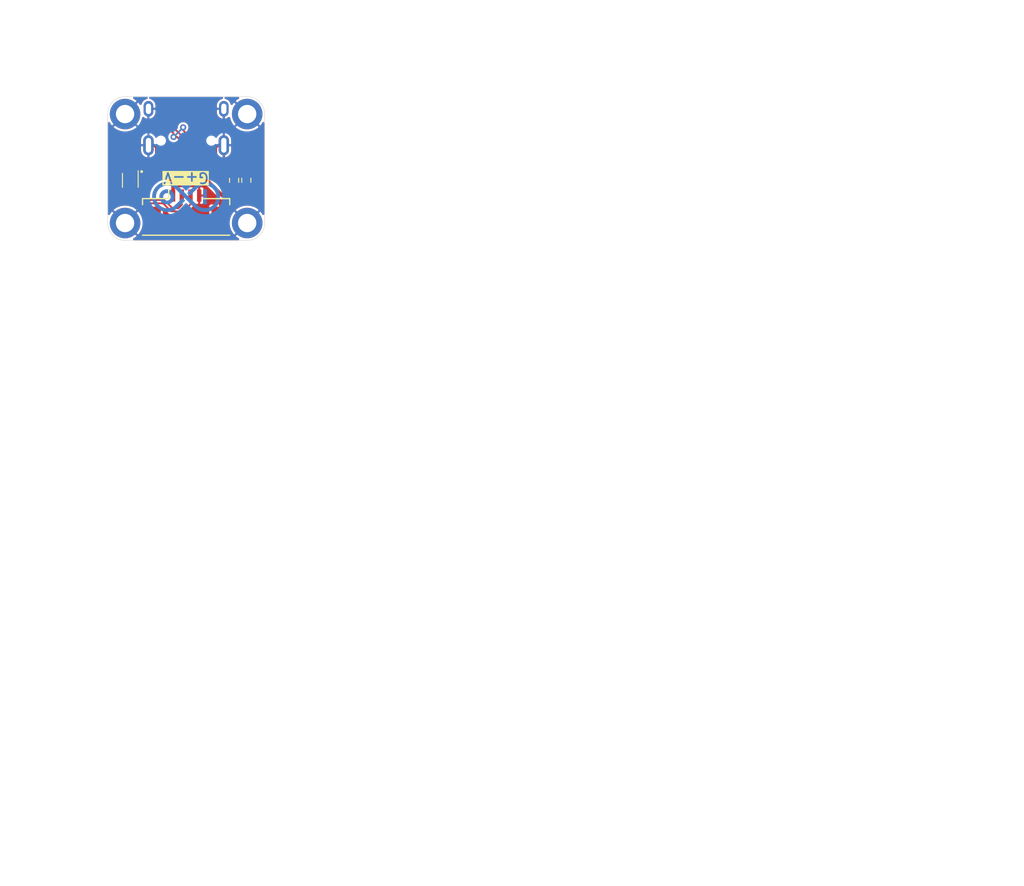
<source format=kicad_pcb>
(kicad_pcb (version 20240108) (generator "pcbnew") (generator_version "8.0")
  (layers (0 "F.Cu" signal) (31 "B.Cu" signal) (34 "B.Paste" user) (35 "F.Paste" user) (36 "B.SilkS" user "B.Silkscreen") (37 "F.SilkS" user "F.Silkscreen") (38 "B.Mask" user) (39 "F.Mask" user) (44 "Edge.Cuts" user))
  (net 0 "")
  (net 1 "GND")
  (net 2 "DP")
  (net 3 "Net-(J1-CC1)")
  (net 5 "DN")
  (net 6 "Net-(J1-CC2)")
  (net 8 "UVCC")
  (net 9 "D-")
  (net 10 "D+")
  (footprint "MountingHole:MountingHole_2.2mm_M2_DIN965_Pad" (layer "F.Cu") (at 47 37)
    (property "Reference" "REF**" (hide yes))
    (property "Value" "MountingHole_2.2mm_M2_DIN965_Pad")
    (pad "1" thru_hole circle (at 0 0) (size 3.5 3.5) (drill 2.1) (layers "*.Cu" "*.Mask") (net 1 "GND"))
  )
  (footprint "MountingHole:MountingHole_2.2mm_M2_DIN965_Pad" (layer "F.Cu") (at 61 37)
    (property "Reference" "REF**" (hide yes))
    (property "Value" "MountingHole_2.2mm_M2_DIN965_Pad")
    (pad "1" thru_hole circle (at 0 0) (size 3.5 3.5) (drill 2.1) (layers "*.Cu" "*.Mask") (net 1 "GND"))
  )
  (footprint "MountingHole:MountingHole_2.2mm_M2_DIN965_Pad" (layer "F.Cu") (at 47 49.5)
    (property "Reference" "REF**" (hide yes))
    (property "Value" "MountingHole_2.2mm_M2_DIN965_Pad")
    (pad "1" thru_hole circle (at 0 0) (size 3.5 3.5) (drill 2.1) (layers "*.Cu" "*.Mask") (net 1 "GND"))
  )
  (footprint "MountingHole:MountingHole_2.2mm_M2_DIN965_Pad" (layer "F.Cu") (at 61 49.5)
    (property "Reference" "REF**" (hide yes))
    (property "Value" "MountingHole_2.2mm_M2_DIN965_Pad")
    (pad "1" thru_hole circle (at 0 0) (size 3.5 3.5) (drill 2.1) (layers "*.Cu" "*.Mask") (net 1 "GND"))
  )
  (footprint "u1:USB_C_Receptacle_HRO_TYPE-C-31-M-12" (layer "F.Cu") (at 54 37.45 180)
    (property "Reference" "J1" (hide yes))
    (property "Value" "USB_C_Receptacle_USB2.0")
    (pad "" np_thru_hole circle (at -2.89 -2.6 180) (size 0.65 0.65) (drill 0.65) (layers "*.Cu" "*.Mask"))
    (pad "" np_thru_hole circle (at 2.89 -2.6 180) (size 0.65 0.65) (drill 0.65) (layers "*.Cu" "*.Mask"))
    (pad "A1" smd rect (at -3.25 -4.045 180) (size 0.6 1.45) (layers "F.Cu" "F.Paste" "F.Mask") (net 1 "GND"))
    (pad "A4" smd rect (at -2.45 -4.045 180) (size 0.6 1.45) (layers "F.Cu" "F.Paste" "F.Mask") (net 8 "UVCC"))
    (pad "A5" smd rect (at -1.25 -4.045 180) (size 0.3 1.45) (layers "F.Cu" "F.Paste" "F.Mask") (net 3 "Net-(J1-CC1)"))
    (pad "A6" smd rect (at -0.25 -4.045 180) (size 0.3 1.45) (layers "F.Cu" "F.Paste" "F.Mask") (net 2 "DP"))
    (pad "A7" smd rect (at 0.25 -4.045 180) (size 0.3 1.45) (layers "F.Cu" "F.Paste" "F.Mask") (net 5 "DN"))
    (pad "A8" smd rect (at 1.25 -4.045 180) (size 0.3 1.45) (layers "F.Cu" "F.Paste" "F.Mask"))
    (pad "A9" smd rect (at 2.45 -4.045 180) (size 0.6 1.45) (layers "F.Cu" "F.Paste" "F.Mask") (net 8 "UVCC"))
    (pad "A12" smd rect (at 3.25 -4.045 180) (size 0.6 1.45) (layers "F.Cu" "F.Paste" "F.Mask") (net 1 "GND"))
    (pad "B1" smd rect (at 3.25 -4.045 180) (size 0.6 1.45) (layers "F.Cu" "F.Paste" "F.Mask") (net 1 "GND"))
    (pad "B4" smd rect (at 2.45 -4.045 180) (size 0.6 1.45) (layers "F.Cu" "F.Paste" "F.Mask") (net 8 "UVCC"))
    (pad "B5" smd rect (at 1.75 -4.045 180) (size 0.3 1.45) (layers "F.Cu" "F.Paste" "F.Mask") (net 6 "Net-(J1-CC2)"))
    (pad "B6" smd rect (at 0.75 -4.045 180) (size 0.3 1.45) (layers "F.Cu" "F.Paste" "F.Mask") (net 2 "DP"))
    (pad "B7" smd rect (at -0.75 -4.045 180) (size 0.3 1.45) (layers "F.Cu" "F.Paste" "F.Mask") (net 5 "DN"))
    (pad "B8" smd rect (at -1.75 -4.045 180) (size 0.3 1.45) (layers "F.Cu" "F.Paste" "F.Mask"))
    (pad "B9" smd rect (at -2.45 -4.045 180) (size 0.6 1.45) (layers "F.Cu" "F.Paste" "F.Mask") (net 8 "UVCC"))
    (pad "B12" smd rect (at -3.25 -4.045 180) (size 0.6 1.45) (layers "F.Cu" "F.Paste" "F.Mask") (net 1 "GND"))
    (pad "S1" thru_hole oval (at -4.32 -3.13 180) (size 1.2 2.3) (drill oval 0.6 1.7) (layers "*.Cu" "*.Mask" "F.Paste") (net 1 "GND"))
    (pad "S1" thru_hole oval (at -4.32 1.05 180) (size 1.1 1.8) (drill oval 0.6 1.2) (layers "*.Cu" "*.Mask" "F.Paste") (net 1 "GND"))
    (pad "S1" thru_hole oval (at 4.32 -3.13 180) (size 1.2 2.3) (drill oval 0.6 1.7) (layers "*.Cu" "*.Mask" "F.Paste") (net 1 "GND"))
    (pad "S1" thru_hole oval (at 4.32 1.05 180) (size 1.1 1.8) (drill oval 0.6 1.2) (layers "*.Cu" "*.Mask" "F.Paste") (net 1 "GND"))
  )
  (footprint "Resistor_SMD:R_0603_1608Metric" (layer "F.Cu") (at 60.9 44.6 90)
    (property "Reference" "R1" (hide yes))
    (property "Value" "5.1k")
    (fp_line (start -0.237258 -0.5225) (end 0.237258 -0.5225) (stroke (width 0.12)) (layer "F.SilkS"))
    (fp_line (start -0.237258 0.5225) (end 0.237258 0.5225) (stroke (width 0.12)) (layer "F.SilkS"))
    (pad "1" smd roundrect (at -0.825 0 90) (size 0.8 0.95) (layers "F.Cu" "F.Paste" "F.Mask") (net 3 "Net-(J1-CC1)"))
    (pad "2" smd roundrect (at 0.825 0 90) (size 0.8 0.95) (layers "F.Cu" "F.Paste" "F.Mask") (net 1 "GND"))
  )
  (footprint "Resistor_SMD:R_0603_1608Metric" (layer "F.Cu") (at 59.5 44.6 -90)
    (property "Reference" "R2" (hide yes))
    (property "Value" "5.1k")
    (fp_line (start -0.237258 0.5225) (end 0.237258 0.5225) (stroke (width 0.12)) (layer "F.SilkS"))
    (fp_line (start -0.237258 -0.5225) (end 0.237258 -0.5225) (stroke (width 0.12)) (layer "F.SilkS"))
    (pad "1" smd roundrect (at -0.825 0 270) (size 0.8 0.95) (layers "F.Cu" "F.Paste" "F.Mask") (net 1 "GND"))
    (pad "2" smd roundrect (at 0.825 0 270) (size 0.8 0.95) (layers "F.Cu" "F.Paste" "F.Mask") (net 6 "Net-(J1-CC2)"))
  )
  (footprint "Package_TO_SOT_SMD:SOT-666" (layer "F.Cu") (at 47.6 44.6 -90)
    (property "Reference" "U1" (hide yes))
    (property "Value" "USBLC6-2P6")
    (fp_line (start -0.8 0.9) (end 0.8 0.9) (stroke (width 0.12)) (layer "F.SilkS"))
    (fp_line (start 0.8 -0.9) (end -1.1 -0.9) (stroke (width 0.12)) (layer "F.SilkS"))
    (pad "1" smd rect (at -0.85 -0.5375 270) (size 0.5 0.375) (layers "F.Cu" "F.Paste" "F.Mask") (net 5 "DN"))
    (pad "2" smd rect (at -0.925 0 270) (size 0.65 0.3) (layers "F.Cu" "F.Paste" "F.Mask") (net 1 "GND"))
    (pad "3" smd rect (at -0.85 0.5375 270) (size 0.5 0.375) (layers "F.Cu" "F.Paste" "F.Mask") (net 2 "DP"))
    (pad "4" smd rect (at 0.85 0.5375 270) (size 0.5 0.375) (layers "F.Cu" "F.Paste" "F.Mask") (net 10 "D+"))
    (pad "5" smd rect (at 0.925 0 270) (size 0.65 0.3) (layers "F.Cu" "F.Paste" "F.Mask") (net 8 "UVCC"))
    (pad "6" smd rect (at 0.85 -0.5375 270) (size 0.5 0.375) (layers "F.Cu" "F.Paste" "F.Mask") (net 9 "D-"))
  )
  (footprint "u1:FPC_4P_1.0mm" (layer "F.Cu") (at 54 45.7)
    (property "Reference" "J2" (hide yes))
    (property "Value" "Conn_01x06_MountingPin" (hide yes))
    (fp_line (start -5 1) (end -2 1) (stroke (width 0.15)) (layer "F.SilkS"))
    (fp_line (start -5 1.7) (end -5 1) (stroke (width 0.15)) (layer "F.SilkS"))
    (fp_line (start -5 5.2) (end 5 5.2) (stroke (width 0.15)) (layer "F.SilkS"))
    (fp_line (start -2 1) (end -2 0) (stroke (width 0.15)) (layer "F.SilkS"))
    (fp_line (start 5 1) (end 2 1) (stroke (width 0.15)) (layer "F.SilkS"))
    (fp_line (start 5 1.7) (end 5 1) (stroke (width 0.15)) (layer "F.SilkS"))
    (pad "1" smd rect (at -1.5 0.65) (size 0.5 1.4) (layers "F.Cu" "F.Paste" "F.Mask") (net 8 "UVCC"))
    (pad "2" smd rect (at -0.5 0.65) (size 0.5 1.4) (layers "F.Cu" "F.Paste" "F.Mask") (net 9 "D-"))
    (pad "3" smd rect (at 0.5 0.65) (size 0.5 1.4) (layers "F.Cu" "F.Paste" "F.Mask") (net 10 "D+"))
    (pad "4" smd rect (at 1.5 0.65) (size 0.5 1.4) (layers "F.Cu" "F.Paste" "F.Mask") (net 1 "GND"))
    (pad "MP" smd rect (at -3.9 3.175) (size 2 2.5) (layers "F.Cu" "F.Paste" "F.Mask") (net 1 "GND"))
    (pad "MP" smd rect (at 3.9 3.175) (size 2 2.5) (layers "F.Cu" "F.Paste" "F.Mask") (net 1 "GND"))
  )
  (footprint "u1:mini_logo" (layer "B.Cu") (at 54 46.5 180)
    (property "Reference" "G***" (hide yes))
    (property "Value" "LOGO" (hide yes))
    (fp_poly (pts (xy -1.939637 -0.865909) (xy -2.378364 -0.865909) (xy -2.378364 0.865909) (xy -1.939637 0.865909) (xy -1.939637 -0.865909)) (fill solid) (layer "B.Cu"))
    (fp_poly (pts (xy 2.274656 0.862878) (xy 2.376327 0.85068) (xy 2.473042 0.824866) (xy 2.568863 0.785709) (xy 2.693245 0.715167) (xy 2.802177 0.627895) (xy 2.894552 0.525187) (xy 2.969261 0.40834) (xy 3.025198 0.278649) (xy 3.038519 0.236162) (xy 3.057069 0.1456) (xy 3.065868 0.04282) (xy 3.064914 -0.063464) (xy 3.054209 -0.16454) (xy 3.038519 -0.236161) (xy 2.989608 -0.366124) (xy 2.921614 -0.48534) (xy 2.836568 -0.591888) (xy 2.736499 -0.683843) (xy 2.623438 -0.759282) (xy 2.499415 -0.816282) (xy 2.393402 -0.847372) (xy 2.321483 -0.858489) (xy 2.237051 -0.863898) (xy 2.149356 -0.863563) (xy 2.067642 -0.85745) (xy 2.014681 -0.848797) (xy 1.884214 -0.80852) (xy 1.762383 -0.74822) (xy 1.651406 -0.670021) (xy 1.553498 -0.576043) (xy 1.470875 -0.46841) (xy 1.405753 -0.349244) (xy 1.360878 -0.222674) (xy 1.343866 -0.131464) (xy 1.33647 -0.028514) (xy 1.33707 0) (xy 1.772227 0) (xy 1.773094 -0.055525) (xy 1.776688 -0.096127) (xy 1.784495 -0.129939) (xy 1.798003 -0.165096) (xy 1.80541 -0.181522) (xy 1.852301 -0.258236) (xy 1.916006 -0.326388) (xy 1.991279 -0.381583) (xy 2.072876 -0.419427) (xy 2.098207 -0.426842) (xy 2.132308 -0.431923) (xy 2.178999 -0.434541) (xy 2.225437 -0.434202) (xy 2.276147 -0.430007) (xy 2.319036 -0.420448) (xy 2.364714 -0.402646) (xy 2.395108 -0.388181) (xy 2.478323 -0.335598) (xy 2.544286 -0.270545) (xy 2.593007 -0.19589) (xy 2.624493 -0.114502) (xy 2.638755 -0.029249) (xy 2.635799 0.057001) (xy 2.615636 0.141379) (xy 2.578274 0.221017) (xy 2.523722 0.293046) (xy 2.451988 0.354598) (xy 2.392731 0.389337) (xy 2.348161 0.410512) (xy 2.313668 0.423422) (xy 2.280334 0.430072) (xy 2.239243 0.432469) (xy 2.199968 0.432686) (xy 2.14429 0.431435) (xy 2.103179 0.426991) (xy 2.068173 0.417813) (xy 2.030807 0.40236) (xy 2.029083 0.401561) (xy 1.953148 0.355887) (xy 1.884472 0.29491) (xy 1.829174 0.224653) (xy 1.80541 0.181522) (xy 1.78918 0.143517) (xy 1.77925 0.11014) (xy 1.774134 0.073259) (xy 1.772344 0.024739) (xy 1.772227 0) (xy 1.33707 0) (xy 1.338691 0.076927) (xy 1.350527 0.175605) (xy 1.360878 0.222674) (xy 1.399852 0.337978) (xy 1.453695 0.441934) (xy 1.525414 0.539645) (xy 1.587151 0.606345) (xy 1.685693 0.695091) (xy 1.78428 0.763012) (xy 1.887127 0.811994) (xy 1.998446 0.843922) (xy 2.122451 0.860683) (xy 2.160271 0.862927) (xy 2.274656 0.862878)) (stroke (width 0.01)) (fill solid) (layer "B.Cu"))
    (fp_poly (pts (xy -2.011067 1.733319) (xy -1.826497 1.707386) (xy -1.648454 1.664459) (xy -1.481125 1.605752) (xy -1.339273 1.538321) (xy -1.292174 1.512126) (xy -1.248848 1.486673) (xy -1.207549 1.460462) (xy -1.166531 1.43199) (xy -1.124049 1.399756) (xy -1.078357 1.362258) (xy -1.027709 1.317994) (xy -0.97036 1.265463) (xy -0.904564 1.203162) (xy -0.828576 1.12959) (xy -0.740649 1.043246) (xy -0.639039 0.942628) (xy -0.588819 0.892723) (xy -0.121228 0.427739) (xy -0.274064 0.274679) (xy -0.426899 0.121619) (xy -0.874427 0.567035) (xy -0.960999 0.652793) (xy -1.044834 0.735065) (xy -1.124116 0.812122) (xy -1.197029 0.882235) (xy -1.261758 0.943671) (xy -1.316487 0.994703) (xy -1.3594 1.033599) (xy -1.388682 1.058631) (xy -1.397 1.064961) (xy -1.547628 1.157391) (xy -1.703625 1.22744) (xy -1.865793 1.275364) (xy -2.034934 1.301416) (xy -2.159001 1.306775) (xy -2.332645 1.295562) (xy -2.500555 1.262442) (xy -2.661105 1.208194) (xy -2.812669 1.133598) (xy -2.953621 1.039433) (xy -3.082336 0.926479) (xy -3.180046 0.817352) (xy -3.239446 0.733899) (xy -3.297731 0.634994) (xy -3.35113 0.528124) (xy -3.395875 0.420775) (xy -3.425877 0.329046) (xy -3.437311 0.285846) (xy -3.445627 0.248503) (xy -3.451316 0.211929) (xy -3.45487 0.171041) (xy -3.456779 0.120753) (xy -3.457534 0.055981) (xy -3.457639 0) (xy -3.457395 -0.077774) (xy -3.456337 -0.137544) (xy -3.453974 -0.184395) (xy -3.449815 -0.223413) (xy -3.443369 -0.259682) (xy -3.434145 -0.298287) (xy -3.425877 -0.329045) (xy -3.392274 -0.43033) (xy -3.346589 -0.537944) (xy -3.292592 -0.6444) (xy -3.234051 -0.742213) (xy -3.180046 -0.817351) (xy -3.067233 -0.941859) (xy -2.94257 -1.047753) (xy -2.802837 -1.137638) (xy -2.749129 -1.166125) (xy -2.600007 -1.231434) (xy -2.451408 -1.275746) (xy -2.297867 -1.300363) (xy -2.159 -1.306774) (xy -1.984564 -1.296031) (xy -1.817673 -1.263623) (xy -1.657471 -1.209276) (xy -1.503101 -1.132719) (xy -1.397 -1.065034) (xy -1.378301 -1.049484) (xy -1.343951 -1.018144) (xy -1.294563 -0.971616) (xy -1.230751 -0.910501) (xy -1.15313 -0.835399) (xy -1.062312 -0.746911) (xy -0.958913 -0.645639) (xy -0.843544 -0.532183) (xy -0.716821 -0.407144) (xy -0.579357 -0.271123) (xy -0.431765 -0.124722) (xy -0.27466 0.03146) (xy -0.132773 0.172777) (xy 0.033984 0.338993) (xy 0.185286 0.489748) (xy 0.322035 0.625879) (xy 0.445135 0.748223) (xy 0.555487 0.857618) (xy 0.653994 0.9549) (xy 0.741558 1.040906) (xy 0.819082 1.116475) (xy 0.887468 1.182442) (xy 0.947618 1.239646) (xy 1.000436 1.288923) (xy 1.046823 1.33111) (xy 1.087682 1.367044) (xy 1.123915 1.397563) (xy 1.156424 1.423504) (xy 1.186113 1.445704) (xy 1.213884 1.465) (xy 1.240638 1.482228) (xy 1.267279 1.498228) (xy 1.294708 1.513834) (xy 1.323829 1.529885) (xy 1.339272 1.538321) (xy 1.495398 1.611705) (xy 1.66445 1.669553) (xy 1.841396 1.71084) (xy 2.021199 1.734541) (xy 2.198826 1.739629) (xy 2.298491 1.733684) (xy 2.457496 1.713521) (xy 2.601414 1.683727) (xy 2.736906 1.642422) (xy 2.870636 1.587728) (xy 2.946662 1.550843) (xy 3.098194 1.46455) (xy 3.235503 1.366439) (xy 3.365682 1.251341) (xy 3.388247 1.229081) (xy 3.520779 1.081613) (xy 3.632656 0.924825) (xy 3.725132 0.756683) (xy 3.799462 0.575155) (xy 3.808721 0.547865) (xy 3.844979 0.427198) (xy 3.870334 0.314287) (xy 3.886102 0.200747) (xy 3.893598 0.078193) (xy 3.894675 0) (xy 3.891357 -0.131583) (xy 3.880528 -0.249308) (xy 3.860873 -0.361559) (xy 3.831074 -0.476722) (xy 3.808721 -0.547864) (xy 3.736894 -0.731482) (xy 3.647101 -0.901421) (xy 3.538088 -1.059715) (xy 3.408599 -1.208396) (xy 3.388247 -1.22908) (xy 3.239998 -1.36172) (xy 3.079668 -1.47555) (xy 2.908988 -1.569934) (xy 2.72969 -1.644239) (xy 2.543505 -1.697831) (xy 2.352164 -1.730076) (xy 2.1574 -1.74034) (xy 2.011066 -1.733318) (xy 1.826496 -1.707385) (xy 1.648453 -1.664458) (xy 1.481124 -1.605751) (xy 1.339272 -1.53832) (xy 1.292173 -1.512125) (xy 1.248847 -1.486673) (xy 1.207548 -1.460461) (xy 1.16653 -1.431989) (xy 1.124048 -1.399755) (xy 1.078356 -1.362257) (xy 1.027708 -1.317993) (xy 0.970359 -1.265462) (xy 0.904563 -1.203161) (xy 0.828575 -1.12959) (xy 0.740648 -1.043245) (xy 0.639038 -0.942627) (xy 0.588818 -0.892723) (xy 0.121227 -0.427738) (xy 0.274065 -0.274676) (xy 0.426903 -0.121615) (xy 0.880201 -0.573375) (xy 0.986965 -0.679545) (xy 1.079256 -0.770676) (xy 1.158757 -0.848224) (xy 1.227153 -0.913647) (xy 1.286129 -0.9684) (xy 1.337369 -1.01394) (xy 1.382558 -1.051724) (xy 1.42338 -1.083207) (xy 1.46152 -1.109847) (xy 1.498663 -1.133099) (xy 1.536493 -1.15442) (xy 1.575954 -1.174894) (xy 1.718353 -1.234369) (xy 1.871703 -1.276208) (xy 2.031714 -1.300122) (xy 2.194096 -1.305822) (xy 2.354557 -1.293017) (xy 2.508807 -1.261417) (xy 2.571688 -1.242139) (xy 2.732514 -1.175526) (xy 2.88237 -1.089286) (xy 3.019306 -0.984777) (xy 3.141378 -0.863359) (xy 3.180045 -0.817351) (xy 3.239445 -0.733898) (xy 3.29773 -0.634993) (xy 3.351129 -0.528123) (xy 3.395874 -0.420774) (xy 3.425876 -0.329045) (xy 3.43731 -0.285846) (xy 3.445626 -0.248502) (xy 3.451315 -0.211928) (xy 3.454869 -0.17104) (xy 3.456778 -0.120752) (xy 3.457533 -0.05598) (xy 3.457638 0) (xy 3.457394 0.077774) (xy 3.456336 0.137545) (xy 3.453973 0.184396) (xy 3.449814 0.223414) (xy 3.443368 0.259683) (xy 3.434144 0.298288) (xy 3.425876 0.329046) (xy 3.392273 0.430331) (xy 3.346588 0.537945) (xy 3.292591 0.644401) (xy 3.23405 0.742214) (xy 3.180045 0.817352) (xy 3.067232 0.94186) (xy 2.942569 1.047754) (xy 2.802836 1.137639) (xy 2.749128 1.166125) (xy 2.600006 1.231435) (xy 2.451407 1.275747) (xy 2.297866 1.300363) (xy 2.159 1.306775) (xy 1.984529 1.296027) (xy 1.817602 1.263604) (xy 1.657378 1.209241) (xy 1.503018 1.13267) (xy 1.397 1.065012) (xy 1.378328 1.04948) (xy 1.344011 1.018167) (xy 1.294668 0.97168) (xy 1.230921 0.910626) (xy 1.153389 0.835614) (xy 1.062693 0.74725) (xy 0.959454 0.646143) (xy 0.844292 0.532899) (xy 0.717828 0.408127) (xy 0.580682 0.272433) (xy 0.433475 0.126426) (xy 0.276827 -0.029288) (xy 0.132772 -0.172753) (xy -0.034006 -0.338981) (xy -0.185329 -0.489747) (xy -0.322099 -0.62589) (xy -0.445219 -0.748245) (xy -0.55559 -0.857651) (xy -0.654116 -0.954945) (xy -0.741697 -1.040962) (xy -0.819238 -1.116542) (xy -0.88764 -1.182519) (xy -0.947805 -1.239732) (xy -1.000635 -1.289017) (xy -1.047034 -1.331212) (xy -1.087903 -1.367154) (xy -1.124144 -1.397679) (xy -1.156661 -1.423625) (xy -1.186354 -1.445829) (xy -1.214127 -1.465128) (xy -1.240882 -1.482358) (xy -1.267522 -1.498357) (xy -1.294947 -1.513963) (xy -1.324062 -1.530011) (xy -1.339273 -1.53832) (xy -1.498138 -1.612906) (xy -1.669802 -1.671167) (xy -1.84994 -1.712268) (xy -2.034224 -1.735373) (xy -2.21833 -1.739647) (xy -2.339664 -1.731534) (xy -2.536558 -1.699364) (xy -2.726752 -1.645393) (xy -2.908832 -1.5703) (xy -3.081384 -1.47476) (xy -3.242996 -1.359453) (xy -3.388248 -1.22908) (xy -3.52078 -1.081612) (xy -3.632657 -0.924824) (xy -3.725133 -0.756683) (xy -3.799463 -0.575154) (xy -3.808722 -0.547864) (xy -3.84498 -0.427197) (xy -3.870335 -0.314286) (xy -3.886103 -0.200747) (xy -3.893599 -0.078193) (xy -3.894676 0) (xy -3.891358 0.131584) (xy -3.880529 0.249308) (xy -3.860874 0.36156) (xy -3.831075 0.476723) (xy -3.808722 0.547865) (xy -3.736895 0.731483) (xy -3.647102 0.901422) (xy -3.538089 1.059716) (xy -3.4086 1.208397) (xy -3.388248 1.229081) (xy -3.239999 1.361721) (xy -3.079669 1.475551) (xy -2.908989 1.569935) (xy -2.729691 1.64424) (xy -2.543506 1.697832) (xy -2.352165 1.730077) (xy -2.157401 1.740341) (xy -2.011067 1.733319)) (stroke (width 0.01)) (fill solid) (layer "B.Cu"))
  )
  (gr_circle (center 48.9 43.6) (end 49 43.6) (stroke (width 0.12)) (fill solid) (layer "F.SilkS"))
  (gr_line (start 61 35) (end 47 35) (stroke (width 0.05)) (layer "Edge.Cuts"))
  (gr_arc (start 45 37) (mid 45.585786 35.585786) (end 47 35) (stroke (width 0.05)) (layer "Edge.Cuts"))
  (gr_arc (start 63 49.5) (mid 62.414214 50.914214) (end 61 51.5) (stroke (width 0.05)) (layer "Edge.Cuts"))
  (gr_line (start 63 49.5) (end 63 37) (stroke (width 0.05)) (layer "Edge.Cuts"))
  (gr_arc (start 47 51.5) (mid 45.585786 50.914214) (end 45 49.5) (stroke (width 0.05)) (layer "Edge.Cuts"))
  (gr_line (start 47 51.5) (end 61 51.5) (stroke (width 0.05)) (layer "Edge.Cuts"))
  (gr_line (start 45 37) (end 45 49.5) (stroke (width 0.05)) (layer "Edge.Cuts"))
  (gr_arc (start 61 35) (mid 62.414214 35.585786) (end 63 37) (stroke (width 0.05)) (layer "Edge.Cuts"))
  (gr_text "G+-V" (at 54 43.6 180) (layer "F.SilkS" knockout) (effects (font (size 1.2 1.2) (thickness 0.2) (bold yes)) (justify bottom)))
  (segment (start 59.5 43.18) (end 58.32 42) (width 0.3) (layer "F.Cu") (net 1))
  (segment (start 58.32 42) (end 58.32 40.58) (width 0.3) (layer "F.Cu") (net 1))
  (segment (start 48.94 44.28) (end 49.68 43.54) (width 0.25) (layer "F.Cu") (net 1))
  (segment (start 57.67 40.58) (end 58.32 40.58) (width 0.3) (layer "F.Cu") (net 1))
  (segment (start 50.75 41.495) (end 50.75 41) (width 0.3) (layer "F.Cu") (net 1))
  (segment (start 47.6 43.675) (end 47.6 44.075) (width 0.25) (layer "F.Cu") (net 1))
  (segment (start 59.5 43.775) (end 59.5 43.18) (width 0.3) (layer "F.Cu") (net 1))
  (segment (start 50.33 40.58) (end 49.68 40.58) (width 0.3) (layer "F.Cu") (net 1))
  (segment (start 47.6 44.075) (end 47.805 44.28) (width 0.25) (layer "F.Cu") (net 1))
  (segment (start 49.68 43.54) (end 49.68 40.58) (width 0.25) (layer "F.Cu") (net 1))
  (segment (start 57.25 41.495) (end 57.25 41) (width 0.3) (layer "F.Cu") (net 1))
  (segment (start 47.805 44.28) (end 48.94 44.28) (width 0.25) (layer "F.Cu") (net 1))
  (segment (start 57.25 41) (end 57.67 40.58) (width 0.3) (layer "F.Cu") (net 1))
  (segment (start 50.75 41) (end 50.33 40.58) (width 0.3) (layer "F.Cu") (net 1))
  (segment (start 53.99 42.97) (end 54.25 42.71) (width 0.2) (layer "F.Cu") (net 2))
  (segment (start 53.25 42.7) (end 53.52 42.97) (width 0.2) (layer "F.Cu") (net 2))
  (segment (start 47.35 42.925) (end 47.0625 43.2125) (width 0.2) (layer "F.Cu") (net 2))
  (segment (start 48.875 38.5) (end 47.35 40.025) (width 0.2) (layer "F.Cu") (net 2))
  (segment (start 53.25 41.495) (end 53.25 42.7) (width 0.2) (layer "F.Cu") (net 2))
  (segment (start 47.35 40.025) (end 47.35 42.925) (width 0.2) (layer "F.Cu") (net 2))
  (segment (start 54.25 40.25) (end 52.5 38.5) (width 0.2) (layer "F.Cu") (net 2))
  (segment (start 52.5 38.5) (end 48.875 38.5) (width 0.2) (layer "F.Cu") (net 2))
  (segment (start 53.52 42.97) (end 53.99 42.97) (width 0.2) (layer "F.Cu") (net 2))
  (segment (start 54.25 42.71) (end 54.25 41.495) (width 0.2) (layer "F.Cu") (net 2))
  (segment (start 47.0625 43.2125) (end 47.0625 43.75) (width 0.2) (layer "F.Cu") (net 2))
  (segment (start 54.25 41.495) (end 54.25 40.25) (width 0.2) (layer "F.Cu") (net 2))
  (segment (start 58.3 44.6) (end 57.05 43.35) (width 0.2) (layer "F.Cu") (net 3))
  (segment (start 60.9 44.6) (end 58.3 44.6) (width 0.2) (layer "F.Cu") (net 3))
  (segment (start 60.9 45.425) (end 60.9 44.6) (width 0.2) (layer "F.Cu") (net 3))
  (segment (start 57.05 43.35) (end 55.95 43.35) (width 0.2) (layer "F.Cu") (net 3))
  (segment (start 55.25 42.65) (end 55.25 41.495) (width 0.2) (layer "F.Cu") (net 3))
  (segment (start 55.95 43.35) (end 55.25 42.65) (width 0.2) (layer "F.Cu") (net 3))
  (segment (start 52.56 39.63) (end 52.96 39.63) (width 0.2) (layer "F.Cu") (net 5))
  (segment (start 52.96 39.63) (end 53.75 40.42) (width 0.2) (layer "F.Cu") (net 5))
  (segment (start 53.75 40.42) (end 53.75 41.495) (width 0.2) (layer "F.Cu") (net 5))
  (segment (start 47.875 42.925) (end 47.875 40.175) (width 0.2) (layer "F.Cu") (net 5))
  (segment (start 52.56 39.23) (end 52.56 39.63) (width 0.2) (layer "F.Cu") (net 5))
  (segment (start 49.1 38.95) (end 52.28 38.95) (width 0.2) (layer "F.Cu") (net 5))
  (segment (start 52.28 38.95) (end 52.56 39.23) (width 0.2) (layer "F.Cu") (net 5))
  (segment (start 53.66 38.53) (end 53.66 38.86) (width 0.2) (layer "F.Cu") (net 5))
  (segment (start 53.66 38.86) (end 54.75 39.95) (width 0.2) (layer "F.Cu") (net 5))
  (segment (start 54.75 39.95) (end 54.75 41.495) (width 0.2) (layer "F.Cu") (net 5))
  (segment (start 47.875 40.175) (end 49.1 38.95) (width 0.2) (layer "F.Cu") (net 5))
  (segment (start 48.1375 43.1875) (end 47.875 42.925) (width 0.2) (layer "F.Cu") (net 5))
  (segment (start 48.1375 43.75) (end 48.1375 43.1875) (width 0.2) (layer "F.Cu") (net 5))
  (via (at 52.56 39.63) (size 0.7) (drill 0.35) (layers "F.Cu" "B.Cu") (net 5))
  (via (at 53.66 38.53) (size 0.7) (drill 0.35) (layers "F.Cu" "B.Cu") (net 5))
  (segment (start 53.66 38.53) (end 52.56 39.63) (width 0.2) (layer "B.Cu") (net 5))
  (segment (start 53.3 43.87) (end 56.77 43.87) (width 0.2) (layer "F.Cu") (net 6))
  (segment (start 52.25 41.495) (end 52.25 42.82) (width 0.2) (layer "F.Cu") (net 6))
  (segment (start 52.25 42.82) (end 53.3 43.87) (width 0.2) (layer "F.Cu") (net 6))
  (segment (start 56.77 43.87) (end 58.325 45.425) (width 0.2) (layer "F.Cu") (net 6))
  (segment (start 58.325 45.425) (end 59.5 45.425) (width 0.2) (layer "F.Cu") (net 6))
  (segment (start 51.55 43.37) (end 51.55 41.495) (width 0.4) (layer "F.Cu") (net 8))
  (segment (start 52.5 44.52) (end 52.243601 44.52) (width 0.4) (layer "F.Cu") (net 8))
  (segment (start 47.95 44.77) (end 49.18 44.77) (width 0.25) (layer "F.Cu") (net 8))
  (segment (start 56.025 39.525) (end 56.9 38.65) (width 0.4) (layer "F.Cu") (net 8))
  (segment (start 61.81 45.79) (end 61.25 46.35) (width 0.4) (layer "F.Cu") (net 8))
  (segment (start 47.6 45.12) (end 47.95 44.77) (width 0.25) (layer "F.Cu") (net 8))
  (segment (start 56.45 41.495) (end 56.45 40.75) (width 0.4) (layer "F.Cu") (net 8))
  (segment (start 51.55 43.826399) (end 51.55 43.37) (width 0.4) (layer "F.Cu") (net 8))
  (segment (start 59.4 38.65) (end 61.81 41.06) (width 0.4) (layer "F.Cu") (net 8))
  (segment (start 47.6 45.525) (end 47.6 45.12) (width 0.25) (layer "F.Cu") (net 8))
  (segment (start 50.58 43.37) (end 51.55 43.37) (width 0.25) (layer "F.Cu") (net 8))
  (segment (start 49.18 44.77) (end 50.58 43.37) (width 0.25) (layer "F.Cu") (net 8))
  (segment (start 56.32 44.52) (end 52.5 44.52) (width 0.4) (layer "F.Cu") (net 8))
  (segment (start 56.025 40.325) (end 56.025 39.525) (width 0.4) (layer "F.Cu") (net 8))
  (segment (start 51.5 41.545) (end 51.55 41.495) (width 0.4) (layer "F.Cu") (net 8))
  (segment (start 56.9 38.65) (end 59.4 38.65) (width 0.4) (layer "F.Cu") (net 8))
  (segment (start 61.25 46.35) (end 58.15 46.35) (width 0.4) (layer "F.Cu") (net 8))
  (segment (start 58.15 46.35) (end 56.32 44.52) (width 0.4) (layer "F.Cu") (net 8))
  (segment (start 56.45 40.75) (end 56.025 40.325) (width 0.4) (layer "F.Cu") (net 8))
  (segment (start 61.81 41.06) (end 61.81 45.79) (width 0.4) (layer "F.Cu") (net 8))
  (segment (start 52.5 46.35) (end 52.5 44.52) (width 0.4) (layer "F.Cu") (net 8))
  (arc (start 52.243601 44.52) (mid 51.753151 44.316849) (end 51.55 43.826399) (width 0.4) (layer "F.Cu") (net 8))
  (segment (start 48.1375 45.45) (end 48.1375 46.05625) (width 0.2) (layer "F.Cu") (net 9))
  (segment (start 52.43 47.8) (end 53.11 47.8) (width 0.2) (layer "F.Cu") (net 9))
  (segment (start 47.9 46.29375) (end 47.9 46.48) (width 0.2) (layer "F.Cu") (net 9))
  (segment (start 48.27 46.85) (end 51.48 46.85) (width 0.2) (layer "F.Cu") (net 9))
  (segment (start 53.5 47.41) (end 53.5 46.75) (width 0.2) (layer "F.Cu") (net 9))
  (segment (start 51.48 46.85) (end 52.43 47.8) (width 0.2) (layer "F.Cu") (net 9))
  (segment (start 53.11 47.8) (end 53.5 47.41) (width 0.2) (layer "F.Cu") (net 9))
  (segment (start 48.1375 46.05625) (end 47.9 46.29375) (width 0.2) (layer "F.Cu") (net 9))
  (segment (start 47.9 46.48) (end 48.27 46.85) (width 0.2) (layer "F.Cu") (net 9))
  (segment (start 54.5 47.36) (end 54.5 46.75) (width 0.2) (layer "F.Cu") (net 10))
  (segment (start 47.0625 45.45) (end 47.0625 45.8625) (width 0.2) (layer "F.Cu") (net 10))
  (segment (start 54.22 47.64) (end 54.5 47.36) (width 0.2) (layer "F.Cu") (net 10))
  (segment (start 47.5 46.61) (end 48.13 47.24) (width 0.2) (layer "F.Cu") (net 10))
  (segment (start 47.0625 45.8625) (end 47.5 46.3) (width 0.2) (layer "F.Cu") (net 10))
  (segment (start 51.35 47.24) (end 52.27 48.16) (width 0.2) (layer "F.Cu") (net 10))
  (segment (start 47.5 46.3) (end 47.5 46.61) (width 0.2) (layer "F.Cu") (net 10))
  (segment (start 53.27 48.16) (end 53.79 47.64) (width 0.2) (layer "F.Cu") (net 10))
  (segment (start 48.13 47.24) (end 51.35 47.24) (width 0.2) (layer "F.Cu") (net 10))
  (segment (start 53.79 47.64) (end 54.22 47.64) (width 0.2) (layer "F.Cu") (net 10))
  (segment (start 52.27 48.16) (end 53.27 48.16) (width 0.2) (layer "F.Cu") (net 10))
  (zone (net 0) (net_name "") (layer "F.Cu") (connect_pads (clearance 0)) (min_thickness 0.25)
    (keepout (tracks allowed) (vias allowed) (pads allowed) (copperpour not_allowed) (footprints allowed))
    (fill (thermal_gap 0.25) (thermal_bridge_width 0.25))
    (polygon (pts (xy 49.7 40.45) (xy 58.3 40.45) (xy 58.3 42.85) (xy 49.7 42.85)))
  )
  (zone (net 1) (net_name "GND") (layers "F&B.Cu") (connect_pads (clearance 0.25)) (min_thickness 0.25) (fill yes (thermal_gap 0.25) (thermal_bridge_width 0.25))
    (polygon (pts (xy 63 51.5) (xy 45 51.5) (xy 45 35) (xy 63 35)))
  )
)
</source>
